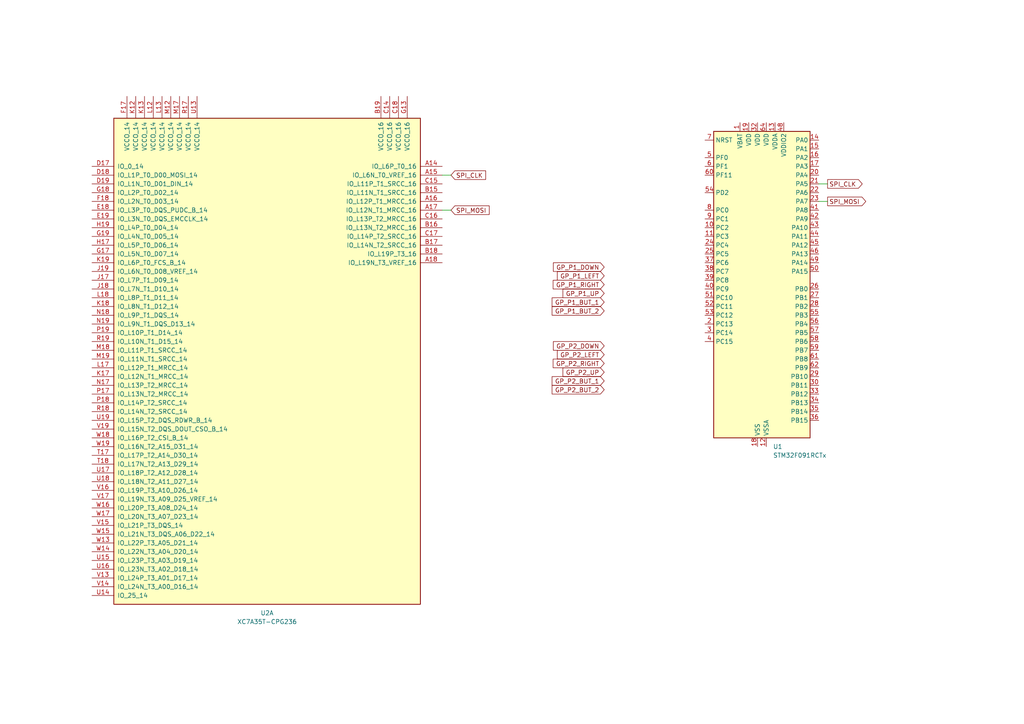
<source format=kicad_sch>
(kicad_sch (version 20230121) (generator eeschema)
  (paper "A4")
  (lib_symbols
    (symbol "FPGA_Xilinx_Artix7:XC7A35T-CPG236" (pin_names (offset 1.016))
      (property "Reference" "U" (at 0 1.27 0))
      (property "Value" "XC7A35T-CPG236" (at 0 -1.27 0))
      (symbol "XC7A35T-CPG236_1_1"
        (rectangle (start -44.45 67.31) (end 44.45 -73.66) (stroke (width 0.254)) (fill (type background)))
        (pin bidirectional line (at 50.8 53.34 180) (length 6.35) (name "IO_L6P_T0_16") (number "A14"))
        (pin bidirectional line (at 50.8 50.8 180) (length 6.35) (name "IO_L6N_T0_VREF_16") (number "A15"))
        (pin bidirectional line (at 50.8 43.18 180) (length 6.35) (name "IO_L12P_T1_MRCC_16") (number "A16"))
        (pin bidirectional line (at 50.8 40.64 180) (length 6.35) (name "IO_L12N_T1_MRCC_16") (number "A17"))
        (pin bidirectional line (at 50.8 25.4 180) (length 6.35) (name "IO_L19N_T3_VREF_16") (number "A18"))
        (pin bidirectional line (at 50.8 45.72 180) (length 6.35) (name "IO_L11N_T1_SRCC_16") (number "B15"))
        (pin bidirectional line (at 50.8 35.56 180) (length 6.35) (name "IO_L13N_T2_MRCC_16") (number "B16"))
        (pin bidirectional line (at 50.8 30.48 180) (length 6.35) (name "IO_L14N_T2_SRCC_16") (number "B17"))
        (pin bidirectional line (at 50.8 27.94 180) (length 6.35) (name "IO_L19P_T3_16") (number "B18"))
        (pin power_in line (at 33.02 73.66 270) (length 6.35) (name "VCCO_16") (number "B19"))
        (pin power_in line (at 35.56 73.66 270) (length 6.35) (name "VCCO_16") (number "C14"))
        (pin bidirectional line (at 50.8 48.26 180) (length 6.35) (name "IO_L11P_T1_SRCC_16") (number "C15"))
        (pin bidirectional line (at 50.8 38.1 180) (length 6.35) (name "IO_L13P_T2_MRCC_16") (number "C16"))
        (pin bidirectional line (at 50.8 33.02 180) (length 6.35) (name "IO_L14P_T2_SRCC_16") (number "C17"))
        (pin power_in line (at 38.1 73.66 270) (length 6.35) (name "VCCO_16") (number "C18"))
        (pin bidirectional line (at -50.8 53.34 0) (length 6.35) (name "IO_0_14") (number "D17"))
        (pin bidirectional line (at -50.8 50.8 0) (length 6.35) (name "IO_L1P_T0_D00_MOSI_14") (number "D18"))
        (pin bidirectional line (at -50.8 48.26 0) (length 6.35) (name "IO_L1N_T0_D01_DIN_14") (number "D19"))
        (pin bidirectional line (at -50.8 40.64 0) (length 6.35) (name "IO_L3P_T0_DQS_PUDC_B_14") (number "E18"))
        (pin bidirectional line (at -50.8 38.1 0) (length 6.35) (name "IO_L3N_T0_DQS_EMCCLK_14") (number "E19"))
        (pin power_in line (at -40.64 73.66 270) (length 6.35) (name "VCCO_14") (number "F17"))
        (pin bidirectional line (at -50.8 43.18 0) (length 6.35) (name "IO_L2N_T0_D03_14") (number "F18"))
        (pin power_in line (at 40.64 73.66 270) (length 6.35) (name "VCCO_16") (number "G13"))
        (pin bidirectional line (at -50.8 27.94 0) (length 6.35) (name "IO_L5N_T0_D07_14") (number "G17"))
        (pin bidirectional line (at -50.8 45.72 0) (length 6.35) (name "IO_L2P_T0_D02_14") (number "G18"))
        (pin bidirectional line (at -50.8 33.02 0) (length 6.35) (name "IO_L4N_T0_D05_14") (number "G19"))
        (pin bidirectional line (at -50.8 30.48 0) (length 6.35) (name "IO_L5P_T0_D06_14") (number "H17"))
        (pin bidirectional line (at -50.8 35.56 0) (length 6.35) (name "IO_L4P_T0_D04_14") (number "H19"))
        (pin bidirectional line (at -50.8 20.32 0) (length 6.35) (name "IO_L7P_T1_D09_14") (number "J17"))
        (pin bidirectional line (at -50.8 17.78 0) (length 6.35) (name "IO_L7N_T1_D10_14") (number "J18"))
        (pin bidirectional line (at -50.8 22.86 0) (length 6.35) (name "IO_L6N_T0_D08_VREF_14") (number "J19"))
        (pin power_in line (at -38.1 73.66 270) (length 6.35) (name "VCCO_14") (number "K12"))
        (pin power_in line (at -35.56 73.66 270) (length 6.35) (name "VCCO_14") (number "K13"))
        (pin bidirectional line (at -50.8 -7.62 0) (length 6.35) (name "IO_L12N_T1_MRCC_14") (number "K17"))
        (pin bidirectional line (at -50.8 12.7 0) (length 6.35) (name "IO_L8N_T1_D12_14") (number "K18"))
        (pin bidirectional line (at -50.8 25.4 0) (length 6.35) (name "IO_L6P_T0_FCS_B_14") (number "K19"))
        (pin power_in line (at -33.02 73.66 270) (length 6.35) (name "VCCO_14") (number "L12"))
        (pin power_in line (at -30.48 73.66 270) (length 6.35) (name "VCCO_14") (number "L13"))
        (pin bidirectional line (at -50.8 -5.08 0) (length 6.35) (name "IO_L12P_T1_MRCC_14") (number "L17"))
        (pin bidirectional line (at -50.8 15.24 0) (length 6.35) (name "IO_L8P_T1_D11_14") (number "L18"))
        (pin power_in line (at -27.94 73.66 270) (length 6.35) (name "VCCO_14") (number "M12"))
        (pin power_in line (at -25.4 73.66 270) (length 6.35) (name "VCCO_14") (number "M17"))
        (pin bidirectional line (at -50.8 0 0) (length 6.35) (name "IO_L11P_T1_SRCC_14") (number "M18"))
        (pin bidirectional line (at -50.8 -2.54 0) (length 6.35) (name "IO_L11N_T1_SRCC_14") (number "M19"))
        (pin bidirectional line (at -50.8 -10.16 0) (length 6.35) (name "IO_L13P_T2_MRCC_14") (number "N17"))
        (pin bidirectional line (at -50.8 10.16 0) (length 6.35) (name "IO_L9P_T1_DQS_14") (number "N18"))
        (pin bidirectional line (at -50.8 7.62 0) (length 6.35) (name "IO_L9N_T1_DQS_D13_14") (number "N19"))
        (pin bidirectional line (at -50.8 -12.7 0) (length 6.35) (name "IO_L13N_T2_MRCC_14") (number "P17"))
        (pin bidirectional line (at -50.8 -15.24 0) (length 6.35) (name "IO_L14P_T2_SRCC_14") (number "P18"))
        (pin bidirectional line (at -50.8 5.08 0) (length 6.35) (name "IO_L10P_T1_D14_14") (number "P19"))
        (pin power_in line (at -22.86 73.66 270) (length 6.35) (name "VCCO_14") (number "R17"))
        (pin bidirectional line (at -50.8 -17.78 0) (length 6.35) (name "IO_L14N_T2_SRCC_14") (number "R18"))
        (pin bidirectional line (at -50.8 2.54 0) (length 6.35) (name "IO_L10N_T1_D15_14") (number "R19"))
        (pin bidirectional line (at -50.8 -30.48 0) (length 6.35) (name "IO_L17P_T2_A14_D30_14") (number "T17"))
        (pin bidirectional line (at -50.8 -33.02 0) (length 6.35) (name "IO_L17N_T2_A13_D29_14") (number "T18"))
        (pin power_in line (at -20.32 73.66 270) (length 6.35) (name "VCCO_14") (number "U13"))
        (pin bidirectional line (at -50.8 -71.12 0) (length 6.35) (name "IO_25_14") (number "U14"))
        (pin bidirectional line (at -50.8 -60.96 0) (length 6.35) (name "IO_L23P_T3_A03_D19_14") (number "U15"))
        (pin bidirectional line (at -50.8 -63.5 0) (length 6.35) (name "IO_L23N_T3_A02_D18_14") (number "U16"))
        (pin bidirectional line (at -50.8 -35.56 0) (length 6.35) (name "IO_L18P_T2_A12_D28_14") (number "U17"))
        (pin bidirectional line (at -50.8 -38.1 0) (length 6.35) (name "IO_L18N_T2_A11_D27_14") (number "U18"))
        (pin bidirectional line (at -50.8 -20.32 0) (length 6.35) (name "IO_L15P_T2_DQS_RDWR_B_14") (number "U19"))
        (pin bidirectional line (at -50.8 -66.04 0) (length 6.35) (name "IO_L24P_T3_A01_D17_14") (number "V13"))
        (pin bidirectional line (at -50.8 -68.58 0) (length 6.35) (name "IO_L24N_T3_A00_D16_14") (number "V14"))
        (pin bidirectional line (at -50.8 -50.8 0) (length 6.35) (name "IO_L21P_T3_DQS_14") (number "V15"))
        (pin bidirectional line (at -50.8 -40.64 0) (length 6.35) (name "IO_L19P_T3_A10_D26_14") (number "V16"))
        (pin bidirectional line (at -50.8 -43.18 0) (length 6.35) (name "IO_L19N_T3_A09_D25_VREF_14") (number "V17"))
        (pin bidirectional line (at -50.8 -22.86 0) (length 6.35) (name "IO_L15N_T2_DQS_DOUT_CSO_B_14") (number "V19"))
        (pin bidirectional line (at -50.8 -55.88 0) (length 6.35) (name "IO_L22P_T3_A05_D21_14") (number "W13"))
        (pin bidirectional line (at -50.8 -58.42 0) (length 6.35) (name "IO_L22N_T3_A04_D20_14") (number "W14"))
        (pin bidirectional line (at -50.8 -53.34 0) (length 6.35) (name "IO_L21N_T3_DQS_A06_D22_14") (number "W15"))
        (pin bidirectional line (at -50.8 -45.72 0) (length 6.35) (name "IO_L20P_T3_A08_D24_14") (number "W16"))
        (pin bidirectional line (at -50.8 -48.26 0) (length 6.35) (name "IO_L20N_T3_A07_D23_14") (number "W17"))
        (pin bidirectional line (at -50.8 -25.4 0) (length 6.35) (name "IO_L16P_T2_CSI_B_14") (number "W18"))
        (pin bidirectional line (at -50.8 -27.94 0) (length 6.35) (name "IO_L16N_T2_A15_D31_14") (number "W19"))
      )
      (symbol "XC7A35T-CPG236_2_1"
        (rectangle (start -44.45 34.29) (end 44.45 -40.64) (stroke (width 0.254)) (fill (type background)))
        (pin bidirectional line (at 50.8 17.78 180) (length 6.35) (name "IO_L1N_T0_AD4N_35") (number "G2"))
        (pin bidirectional line (at 50.8 20.32 180) (length 6.35) (name "IO_L1P_T0_AD4P_35") (number "G3"))
        (pin bidirectional line (at 50.8 10.16 180) (length 6.35) (name "IO_L3P_T0_DQS_AD5P_35") (number "H1"))
        (pin bidirectional line (at 50.8 15.24 180) (length 6.35) (name "IO_L2P_T0_AD12P_35") (number "H2"))
        (pin power_in line (at 27.94 40.64 270) (length 6.35) (name "VCCO_35") (number "H3"))
        (pin bidirectional line (at 50.8 7.62 180) (length 6.35) (name "IO_L3N_T0_DQS_AD5N_35") (number "J1"))
        (pin bidirectional line (at 50.8 12.7 180) (length 6.35) (name "IO_L2N_T0_AD12N_35") (number "J2"))
        (pin bidirectional line (at 50.8 -2.54 180) (length 6.35) (name "IO_L7P_T1_AD6P_35") (number "J3"))
        (pin power_in line (at 30.48 40.64 270) (length 6.35) (name "VCCO_35") (number "J7"))
        (pin power_in line (at 33.02 40.64 270) (length 6.35) (name "VCCO_35") (number "K1"))
        (pin bidirectional line (at 50.8 5.08 180) (length 6.35) (name "IO_L5P_T0_AD13P_35") (number "K2"))
        (pin bidirectional line (at 50.8 -5.08 180) (length 6.35) (name "IO_L7N_T1_AD6N_35") (number "K3"))
        (pin power_in line (at 35.56 40.64 270) (length 6.35) (name "VCCO_35") (number "K7"))
        (pin bidirectional line (at 50.8 0 180) (length 6.35) (name "IO_L6N_T0_VREF_35") (number "L1"))
        (pin bidirectional line (at 50.8 2.54 180) (length 6.35) (name "IO_L5N_T0_AD13N_35") (number "L2"))
        (pin bidirectional line (at 50.8 -7.62 180) (length 6.35) (name "IO_L8P_T1_AD14P_35") (number "L3"))
        (pin power_in line (at 38.1 40.64 270) (length 6.35) (name "VCCO_35") (number "L7"))
        (pin bidirectional line (at 50.8 -15.24 180) (length 6.35) (name "IO_L9N_T1_DQS_AD7N_35") (number "M1"))
        (pin bidirectional line (at 50.8 -12.7 180) (length 6.35) (name "IO_L9P_T1_DQS_AD7P_35") (number "M2"))
        (pin bidirectional line (at 50.8 -10.16 180) (length 6.35) (name "IO_L8N_T1_AD14N_35") (number "M3"))
        (pin power_in line (at 40.64 40.64 270) (length 6.35) (name "VCCO_35") (number "M7"))
        (pin power_in line (at -40.64 40.64 270) (length 6.35) (name "VCCO_34") (number "M8"))
        (pin bidirectional line (at 50.8 -20.32 180) (length 6.35) (name "IO_L10N_T1_AD15N_35") (number "N1"))
        (pin bidirectional line (at 50.8 -17.78 180) (length 6.35) (name "IO_L10P_T1_AD15P_35") (number "N2"))
        (pin bidirectional line (at 50.8 -22.86 180) (length 6.35) (name "IO_L12P_T1_MRCC_35") (number "N3"))
        (pin power_in line (at -38.1 40.64 270) (length 6.35) (name "VCCO_34") (number "N7"))
        (pin power_in line (at -35.56 40.64 270) (length 6.35) (name "VCCO_34") (number "N8"))
        (pin bidirectional line (at 50.8 -27.94 180) (length 6.35) (name "IO_L19N_T3_VREF_35") (number "P1"))
        (pin bidirectional line (at 50.8 -25.4 180) (length 6.35) (name "IO_L12N_T1_MRCC_35") (number "P3"))
        (pin power_in line (at -33.02 40.64 270) (length 6.35) (name "VCCO_34") (number "R1"))
        (pin bidirectional line (at -50.8 20.32 0) (length 6.35) (name "IO_L1P_T0_34") (number "R2"))
        (pin bidirectional line (at -50.8 15.24 0) (length 6.35) (name "IO_L2P_T0_34") (number "R3"))
        (pin bidirectional line (at -50.8 10.16 0) (length 6.35) (name "IO_L3P_T0_DQS_34") (number "T1"))
        (pin bidirectional line (at -50.8 17.78 0) (length 6.35) (name "IO_L1N_T0_34") (number "T2"))
        (pin bidirectional line (at -50.8 12.7 0) (length 6.35) (name "IO_L2N_T0_34") (number "T3"))
        (pin bidirectional line (at -50.8 7.62 0) (length 6.35) (name "IO_L3N_T0_DQS_34") (number "U1"))
        (pin bidirectional line (at -50.8 -7.62 0) (length 6.35) (name "IO_L9N_T1_DQS_34") (number "U2"))
        (pin bidirectional line (at -50.8 -5.08 0) (length 6.35) (name "IO_L9P_T1_DQS_34") (number "U3"))
        (pin bidirectional line (at -50.8 -10.16 0) (length 6.35) (name "IO_L11P_T1_SRCC_34") (number "U4"))
        (pin bidirectional line (at -50.8 -30.48 0) (length 6.35) (name "IO_L16P_T2_34") (number "U5"))
        (pin bidirectional line (at -50.8 -35.56 0) (length 6.35) (name "IO_L19P_T3_34") (number "U7"))
        (pin bidirectional line (at -50.8 -25.4 0) (length 6.35) (name "IO_L14P_T2_SRCC_34") (number "U8"))
        (pin power_in line (at -30.48 40.64 270) (length 6.35) (name "VCCO_34") (number "V1"))
        (pin bidirectional line (at -50.8 5.08 0) (length 6.35) (name "IO_L5P_T0_34") (number "V2"))
        (pin bidirectional line (at -50.8 0 0) (length 6.35) (name "IO_L6P_T0_34") (number "V3"))
        (pin bidirectional line (at -50.8 -12.7 0) (length 6.35) (name "IO_L11N_T1_SRCC_34") (number "V4"))
        (pin bidirectional line (at -50.8 -33.02 0) (length 6.35) (name "IO_L16N_T2_34") (number "V5"))
        (pin power_in line (at -27.94 40.64 270) (length 6.35) (name "VCCO_34") (number "V6"))
        (pin bidirectional line (at -50.8 -38.1 0) (length 6.35) (name "IO_L19N_T3_VREF_34") (number "V7"))
        (pin bidirectional line (at -50.8 -27.94 0) (length 6.35) (name "IO_L14N_T2_SRCC_34") (number "V8"))
        (pin bidirectional line (at -50.8 2.54 0) (length 6.35) (name "IO_L5N_T0_34") (number "W2"))
        (pin bidirectional line (at -50.8 -2.54 0) (length 6.35) (name "IO_L6N_T0_VREF_34") (number "W3"))
        (pin bidirectional line (at -50.8 -17.78 0) (length 6.35) (name "IO_L12N_T1_MRCC_34") (number "W4"))
        (pin bidirectional line (at -50.8 -15.24 0) (length 6.35) (name "IO_L12P_T1_MRCC_34") (number "W5"))
        (pin bidirectional line (at -50.8 -22.86 0) (length 6.35) (name "IO_L13N_T2_MRCC_34") (number "W6"))
        (pin bidirectional line (at -50.8 -20.32 0) (length 6.35) (name "IO_L13P_T2_MRCC_34") (number "W7"))
      )
      (symbol "XC7A35T-CPG236_3_1"
        (rectangle (start -31.75 20.32) (end 31.75 -20.32) (stroke (width 0.254)) (fill (type background)))
        (pin bidirectional line (at -38.1 -15.24 0) (length 6.35) (name "MGTREFCLK1N_216") (number "A10"))
        (pin bidirectional line (at -38.1 10.16 0) (length 6.35) (name "MGTPTXN1_216") (number "A2"))
        (pin bidirectional line (at -38.1 2.54 0) (length 6.35) (name "MGTPRXN0_216") (number "A4"))
        (pin bidirectional line (at -38.1 -2.54 0) (length 6.35) (name "MGTPRXN1_216") (number "A6"))
        (pin bidirectional line (at -38.1 -10.16 0) (length 6.35) (name "MGTREFCLK0N_216") (number "A8"))
        (pin bidirectional line (at -38.1 -12.7 0) (length 6.35) (name "MGTREFCLK1P_216") (number "B10"))
        (pin bidirectional line (at -38.1 12.7 0) (length 6.35) (name "MGTPTXP1_216") (number "B2"))
        (pin bidirectional line (at -38.1 5.08 0) (length 6.35) (name "MGTPRXP0_216") (number "B4"))
        (pin bidirectional line (at -38.1 0 0) (length 6.35) (name "MGTPRXP1_216") (number "B6"))
        (pin bidirectional line (at -38.1 -7.62 0) (length 6.35) (name "MGTREFCLK0P_216") (number "B8"))
        (pin bidirectional line (at -38.1 15.24 0) (length 6.35) (name "MGTPTXN0_216") (number "D1"))
        (pin bidirectional line (at -38.1 17.78 0) (length 6.35) (name "MGTPTXP0_216") (number "D2"))
      )
      (symbol "XC7A35T-CPG236_4_1"
        (rectangle (start -31.75 10.16) (end 31.75 -10.16) (stroke (width 0.254)) (fill (type background)))
        (pin power_in line (at 38.1 7.62 180) (length 6.35) (name "MGTAVTT") (number "B1"))
        (pin power_in line (at -38.1 7.62 0) (length 6.35) (name "MGTAVCC") (number "C1"))
        (pin power_in line (at 38.1 5.08 180) (length 6.35) (name "MGTAVTT") (number "C5"))
        (pin power_in line (at 38.1 -5.08 180) (length 6.35) (name "MGTRREF_216") (number "C7"))
        (pin power_in line (at -38.1 5.08 0) (length 6.35) (name "MGTAVCC") (number "E1"))
        (pin power_in line (at 38.1 2.54 180) (length 6.35) (name "MGTAVTT") (number "E2"))
        (pin power_in line (at -38.1 2.54 0) (length 6.35) (name "MGTAVCC") (number "F3"))
        (pin power_in line (at 38.1 0 180) (length 6.35) (name "MGTAVTT") (number "G7"))
        (pin power_in line (at -38.1 0 0) (length 6.35) (name "MGTAVCC") (number "G9"))
        (pin power_in line (at -38.1 -2.54 0) (length 6.35) (name "MGTAVCC") (number "H9"))
      )
      (symbol "XC7A35T-CPG236_5_1"
        (rectangle (start -31.75 34.29) (end 31.75 -40.64) (stroke (width 0.254)) (fill (type background)))
        (pin bidirectional line (at 38.1 -35.56 180) (length 6.35) (name "DXP_0") (number "A11"))
        (pin bidirectional line (at 38.1 -20.32 180) (length 6.35) (name "VP_0") (number "A12"))
        (pin bidirectional line (at 38.1 -30.48 180) (length 6.35) (name "VREFN_0") (number "A13"))
        (pin bidirectional line (at 38.1 -38.1 180) (length 6.35) (name "DXN_0") (number "B11"))
        (pin bidirectional line (at 38.1 -27.94 180) (length 6.35) (name "VREFP_0") (number "B12"))
        (pin bidirectional line (at 38.1 -22.86 180) (length 6.35) (name "VN_0") (number "B13"))
        (pin bidirectional line (at 38.1 7.62 180) (length 6.35) (name "CCLK_0") (number "C11"))
        (pin bidirectional line (at 38.1 12.7 180) (length 6.35) (name "TCK_0") (number "C8"))
        (pin power_in line (at 25.4 40.64 270) (length 6.35) (name "VCCO_0") (number "G12"))
        (pin bidirectional line (at 38.1 0 180) (length 6.35) (name "M2_0") (number "U10"))
        (pin bidirectional line (at 38.1 -7.62 180) (length 6.35) (name "INIT_B_0") (number "U11"))
        (pin bidirectional line (at 38.1 -5.08 180) (length 6.35) (name "DONE_0") (number "U12"))
        (pin bidirectional line (at 38.1 -10.16 180) (length 6.35) (name "PROGRAM_B_0") (number "V10"))
        (pin bidirectional line (at 38.1 -15.24 180) (length 6.35) (name "CFGBVS_0") (number "V11"))
        (pin bidirectional line (at 38.1 5.08 180) (length 6.35) (name "M0_0") (number "V12"))
        (pin power_in line (at 27.94 40.64 270) (length 6.35) (name "VCCO_0") (number "V9"))
        (pin bidirectional line (at 38.1 20.32 180) (length 6.35) (name "TDI_0") (number "W10"))
        (pin bidirectional line (at 38.1 2.54 180) (length 6.35) (name "M1_0") (number "W11"))
        (pin bidirectional line (at 38.1 17.78 180) (length 6.35) (name "TDO_0") (number "W8"))
        (pin bidirectional line (at 38.1 15.24 180) (length 6.35) (name "TMS_0") (number "W9"))
      )
      (symbol "XC7A35T-CPG236_6_1"
        (rectangle (start -19.05 45.72) (end 19.05 -45.72) (stroke (width 0.254)) (fill (type background)))
        (pin power_in line (at -25.4 20.32 0) (length 6.35) (name "GND") (number "A1"))
        (pin power_in line (at -25.4 7.62 0) (length 6.35) (name "GND") (number "A19"))
        (pin power_in line (at -25.4 17.78 0) (length 6.35) (name "GND") (number "A3"))
        (pin power_in line (at -25.4 15.24 0) (length 6.35) (name "GND") (number "A5"))
        (pin power_in line (at -25.4 12.7 0) (length 6.35) (name "GND") (number "A7"))
        (pin power_in line (at -25.4 10.16 0) (length 6.35) (name "GND") (number "A9"))
        (pin power_in line (at -25.4 -5.08 0) (length 6.35) (name "GND") (number "B14"))
        (pin power_in line (at -25.4 5.08 0) (length 6.35) (name "GND") (number "B3"))
        (pin power_in line (at -25.4 2.54 0) (length 6.35) (name "GND") (number "B5"))
        (pin power_in line (at -25.4 0 0) (length 6.35) (name "GND") (number "B7"))
        (pin power_in line (at -25.4 -2.54 0) (length 6.35) (name "GND") (number "B9"))
        (pin power_in line (at -25.4 -17.78 0) (length 6.35) (name "GND") (number "C10"))
        (pin power_in line (at -25.4 35.56 0) (length 6.35) (name "GNDADC_0") (number "C12"))
        (pin power_in line (at -25.4 33.02 0) (length 6.35) (name "VCCADC_0") (number "C13"))
        (pin power_in line (at -25.4 -20.32 0) (length 6.35) (name "GND") (number "C19"))
        (pin power_in line (at -25.4 -7.62 0) (length 6.35) (name "GND") (number "C2"))
        (pin power_in line (at -25.4 -10.16 0) (length 6.35) (name "GND") (number "C3"))
        (pin power_in line (at -25.4 -12.7 0) (length 6.35) (name "GND") (number "C4"))
        (pin power_in line (at -25.4 -15.24 0) (length 6.35) (name "GND") (number "C6"))
        (pin power_in line (at -25.4 30.48 0) (length 6.35) (name "VCCBATT_0") (number "C9"))
        (pin power_in line (at -25.4 -22.86 0) (length 6.35) (name "GND") (number "D3"))
        (pin power_in line (at -25.4 -27.94 0) (length 6.35) (name "GND") (number "E17"))
        (pin power_in line (at -25.4 -25.4 0) (length 6.35) (name "GND") (number "E3"))
        (pin power_in line (at -25.4 -30.48 0) (length 6.35) (name "GND") (number "F1"))
        (pin power_in line (at -25.4 -35.56 0) (length 6.35) (name "GND") (number "F19"))
        (pin power_in line (at -25.4 -33.02 0) (length 6.35) (name "GND") (number "F2"))
        (pin power_in line (at -25.4 -38.1 0) (length 6.35) (name "GND") (number "G1"))
        (pin power_in line (at 25.4 43.18 180) (length 6.35) (name "VCCINT") (number "G10"))
        (pin power_in line (at -25.4 -43.18 0) (length 6.35) (name "GND") (number "G11"))
        (pin power_in line (at -25.4 -40.64 0) (length 6.35) (name "GND") (number "G8"))
        (pin power_in line (at 25.4 40.64 180) (length 6.35) (name "VCCINT") (number "H10"))
        (pin power_in line (at 25.4 15.24 180) (length 6.35) (name "GND") (number "H11"))
        (pin power_in line (at 25.4 12.7 180) (length 6.35) (name "GND") (number "H12"))
        (pin power_in line (at -25.4 43.18 0) (length 6.35) (name "VCCAUX") (number "H13"))
        (pin power_in line (at 25.4 10.16 180) (length 6.35) (name "GND") (number "H18"))
        (pin power_in line (at 25.4 20.32 180) (length 6.35) (name "GND") (number "H7"))
        (pin power_in line (at 25.4 17.78 180) (length 6.35) (name "GND") (number "H8"))
        (pin power_in line (at 25.4 38.1 180) (length 6.35) (name "VCCINT") (number "J10"))
        (pin power_in line (at 25.4 2.54 180) (length 6.35) (name "GND") (number "J11"))
        (pin power_in line (at 25.4 0 180) (length 6.35) (name "GND") (number "J12"))
        (pin power_in line (at -25.4 40.64 0) (length 6.35) (name "VCCAUX") (number "J13"))
        (pin power_in line (at 25.4 7.62 180) (length 6.35) (name "GND") (number "J8"))
        (pin power_in line (at 25.4 5.08 180) (length 6.35) (name "GND") (number "J9"))
        (pin power_in line (at 25.4 -2.54 180) (length 6.35) (name "GND") (number "K8"))
        (pin power_in line (at 25.4 35.56 180) (length 6.35) (name "VCCINT") (number "L10"))
        (pin power_in line (at 25.4 -10.16 180) (length 6.35) (name "GND") (number "L11"))
        (pin power_in line (at 25.4 -12.7 180) (length 6.35) (name "GND") (number "L19"))
        (pin power_in line (at 25.4 -5.08 180) (length 6.35) (name "GND") (number "L8"))
        (pin power_in line (at 25.4 -7.62 180) (length 6.35) (name "GND") (number "L9"))
        (pin power_in line (at 25.4 33.02 180) (length 6.35) (name "VCCINT") (number "M10"))
        (pin power_in line (at -25.4 27.94 0) (length 6.35) (name "VCCBRAM") (number "M11"))
        (pin power_in line (at 25.4 -17.78 180) (length 6.35) (name "GND") (number "M13"))
        (pin power_in line (at 25.4 -15.24 180) (length 6.35) (name "GND") (number "M9"))
        (pin power_in line (at 25.4 30.48 180) (length 6.35) (name "VCCINT") (number "N10"))
        (pin power_in line (at -25.4 25.4 0) (length 6.35) (name "VCCBRAM") (number "N11"))
        (pin power_in line (at 25.4 -22.86 180) (length 6.35) (name "GND") (number "N12"))
        (pin power_in line (at 25.4 -25.4 180) (length 6.35) (name "GND") (number "N13"))
        (pin power_in line (at 25.4 -20.32 180) (length 6.35) (name "GND") (number "N9"))
        (pin power_in line (at 25.4 -27.94 180) (length 6.35) (name "GND") (number "P2"))
        (pin power_in line (at 25.4 -30.48 180) (length 6.35) (name "GND") (number "T19"))
        (pin power_in line (at 25.4 -33.02 180) (length 6.35) (name "GND") (number "U6"))
        (pin power_in line (at 25.4 -35.56 180) (length 6.35) (name "GND") (number "U9"))
        (pin power_in line (at 25.4 -38.1 180) (length 6.35) (name "GND") (number "V18"))
        (pin power_in line (at 25.4 -40.64 180) (length 6.35) (name "GND") (number "W1"))
        (pin power_in line (at 25.4 -43.18 180) (length 6.35) (name "GND") (number "W12"))
      )
    )
    (symbol "MCU_ST_STM32F0:STM32F091RCTx"
      (property "Reference" "U" (at -12.7 46.99 0))
      (property "Value" "STM32F091RCTx" (at 10.16 46.99 0))
      (symbol "STM32F091RCTx_0_1"
        (rectangle (start -12.7 -43.18) (end 15.24 45.72) (stroke (width 0.254)) (fill (type background)))
      )
      (symbol "STM32F091RCTx_1_1"
        (pin power_in line (at -5.08 48.26 270) (length 2.54) (name "VBAT") (number "1"))
        (pin bidirectional line (at -15.24 17.78 0) (length 2.54) (name "PC2") (number "10"))
        (pin bidirectional line (at -15.24 15.24 0) (length 2.54) (name "PC3") (number "11"))
        (pin power_in line (at 2.54 -45.72 90) (length 2.54) (name "VSSA") (number "12"))
        (pin power_in line (at 5.08 48.26 270) (length 2.54) (name "VDDA") (number "13"))
        (pin bidirectional line (at 17.78 43.18 180) (length 2.54) (name "PA0") (number "14"))
        (pin bidirectional line (at 17.78 40.64 180) (length 2.54) (name "PA1") (number "15"))
        (pin bidirectional line (at 17.78 38.1 180) (length 2.54) (name "PA2") (number "16"))
        (pin bidirectional line (at 17.78 35.56 180) (length 2.54) (name "PA3") (number "17"))
        (pin power_in line (at 0 -45.72 90) (length 2.54) (name "VSS") (number "18"))
        (pin power_in line (at -2.54 48.26 270) (length 2.54) (name "VDD") (number "19"))
        (pin bidirectional line (at -15.24 -10.16 0) (length 2.54) (name "PC13") (number "2"))
        (pin bidirectional line (at 17.78 33.02 180) (length 2.54) (name "PA4") (number "20"))
        (pin bidirectional line (at 17.78 30.48 180) (length 2.54) (name "PA5") (number "21"))
        (pin bidirectional line (at 17.78 27.94 180) (length 2.54) (name "PA6") (number "22"))
        (pin bidirectional line (at 17.78 25.4 180) (length 2.54) (name "PA7") (number "23"))
        (pin bidirectional line (at -15.24 12.7 0) (length 2.54) (name "PC4") (number "24"))
        (pin bidirectional line (at -15.24 10.16 0) (length 2.54) (name "PC5") (number "25"))
        (pin bidirectional line (at 17.78 0 180) (length 2.54) (name "PB0") (number "26"))
        (pin bidirectional line (at 17.78 -2.54 180) (length 2.54) (name "PB1") (number "27"))
        (pin bidirectional line (at 17.78 -5.08 180) (length 2.54) (name "PB2") (number "28"))
        (pin bidirectional line (at 17.78 -25.4 180) (length 2.54) (name "PB10") (number "29"))
        (pin bidirectional line (at -15.24 -12.7 0) (length 2.54) (name "PC14") (number "3"))
        (pin bidirectional line (at 17.78 -27.94 180) (length 2.54) (name "PB11") (number "30"))
        (pin passive line (at 0 -45.72 90) (length 2.54) hide (name "VSS") (number "31"))
        (pin power_in line (at 0 48.26 270) (length 2.54) (name "VDD") (number "32"))
        (pin bidirectional line (at 17.78 -30.48 180) (length 2.54) (name "PB12") (number "33"))
        (pin bidirectional line (at 17.78 -33.02 180) (length 2.54) (name "PB13") (number "34"))
        (pin bidirectional line (at 17.78 -35.56 180) (length 2.54) (name "PB14") (number "35"))
        (pin bidirectional line (at 17.78 -38.1 180) (length 2.54) (name "PB15") (number "36"))
        (pin bidirectional line (at -15.24 7.62 0) (length 2.54) (name "PC6") (number "37"))
        (pin bidirectional line (at -15.24 5.08 0) (length 2.54) (name "PC7") (number "38"))
        (pin bidirectional line (at -15.24 2.54 0) (length 2.54) (name "PC8") (number "39"))
        (pin bidirectional line (at -15.24 -15.24 0) (length 2.54) (name "PC15") (number "4"))
        (pin bidirectional line (at -15.24 0 0) (length 2.54) (name "PC9") (number "40"))
        (pin bidirectional line (at 17.78 22.86 180) (length 2.54) (name "PA8") (number "41"))
        (pin bidirectional line (at 17.78 20.32 180) (length 2.54) (name "PA9") (number "42"))
        (pin bidirectional line (at 17.78 17.78 180) (length 2.54) (name "PA10") (number "43"))
        (pin bidirectional line (at 17.78 15.24 180) (length 2.54) (name "PA11") (number "44"))
        (pin bidirectional line (at 17.78 12.7 180) (length 2.54) (name "PA12") (number "45"))
        (pin bidirectional line (at 17.78 10.16 180) (length 2.54) (name "PA13") (number "46"))
        (pin passive line (at 0 -45.72 90) (length 2.54) hide (name "VSS") (number "47"))
        (pin power_in line (at 7.62 48.26 270) (length 2.54) (name "VDDIO2") (number "48"))
        (pin bidirectional line (at 17.78 7.62 180) (length 2.54) (name "PA14") (number "49"))
        (pin bidirectional line (at -15.24 38.1 0) (length 2.54) (name "PF0") (number "5"))
        (pin bidirectional line (at 17.78 5.08 180) (length 2.54) (name "PA15") (number "50"))
        (pin bidirectional line (at -15.24 -2.54 0) (length 2.54) (name "PC10") (number "51"))
        (pin bidirectional line (at -15.24 -5.08 0) (length 2.54) (name "PC11") (number "52"))
        (pin bidirectional line (at -15.24 -7.62 0) (length 2.54) (name "PC12") (number "53"))
        (pin bidirectional line (at -15.24 27.94 0) (length 2.54) (name "PD2") (number "54"))
        (pin bidirectional line (at 17.78 -7.62 180) (length 2.54) (name "PB3") (number "55"))
        (pin bidirectional line (at 17.78 -10.16 180) (length 2.54) (name "PB4") (number "56"))
        (pin bidirectional line (at 17.78 -12.7 180) (length 2.54) (name "PB5") (number "57"))
        (pin bidirectional line (at 17.78 -15.24 180) (length 2.54) (name "PB6") (number "58"))
        (pin bidirectional line (at 17.78 -17.78 180) (length 2.54) (name "PB7") (number "59"))
        (pin bidirectional line (at -15.24 35.56 0) (length 2.54) (name "PF1") (number "6"))
        (pin bidirectional line (at -15.24 33.02 0) (length 2.54) (name "PF11") (number "60"))
        (pin bidirectional line (at 17.78 -20.32 180) (length 2.54) (name "PB8") (number "61"))
        (pin bidirectional line (at 17.78 -22.86 180) (length 2.54) (name "PB9") (number "62"))
        (pin passive line (at 0 -45.72 90) (length 2.54) hide (name "VSS") (number "63"))
        (pin power_in line (at 2.54 48.26 270) (length 2.54) (name "VDD") (number "64"))
        (pin input line (at -15.24 43.18 0) (length 2.54) (name "NRST") (number "7"))
        (pin bidirectional line (at -15.24 22.86 0) (length 2.54) (name "PC0") (number "8"))
        (pin bidirectional line (at -15.24 20.32 0) (length 2.54) (name "PC1") (number "9"))
      )
    )
  )
  (wire (pts (xy 128.27 50.8) (xy 130.81 50.8)))
  (wire (pts (xy 237.49 58.42) (xy 240.03 58.42)))
  (wire (pts (xy 128.27 60.96) (xy 130.81 60.96)))
  (wire (pts (xy 237.49 53.34) (xy 240.03 53.34)))
  (global_label "GP_P2_LEFT" (shape input) (at 175.26 102.87 180) (property "Intersheetrefs" "${INTERSHEET_REFS}" (effects hide)))
  (global_label "SPI_CLK" (shape output) (at 240.03 53.34 0) (property "Intersheetrefs" "${INTERSHEET_REFS}" (effects hide)))
  (global_label "GP_P1_BUT_2" (shape input) (at 175.26 90.17 180) (property "Intersheetrefs" "${INTERSHEET_REFS}" (effects hide)))
  (global_label "GP_P1_RIGHT" (shape input) (at 175.26 82.55 180) (property "Intersheetrefs" "${INTERSHEET_REFS}" (effects hide)))
  (global_label "GP_P2_UP" (shape input) (at 175.26 107.95 180) (property "Intersheetrefs" "${INTERSHEET_REFS}" (effects hide)))
  (global_label "GP_P1_LEFT" (shape input) (at 175.26 80.01 180) (property "Intersheetrefs" "${INTERSHEET_REFS}" (effects hide)))
  (global_label "GP_P1_UP" (shape input) (at 175.26 85.09 180) (property "Intersheetrefs" "${INTERSHEET_REFS}" (effects hide)))
  (global_label "GP_P1_BUT_1" (shape input) (at 175.26 87.63 180) (property "Intersheetrefs" "${INTERSHEET_REFS}" (effects hide)))
  (global_label "SPI_MOSI" (shape input) (at 130.81 60.96 0) (property "Intersheetrefs" "${INTERSHEET_REFS}" (effects hide)))
  (global_label "GP_P2_DOWN" (shape input) (at 175.26 100.33 180) (property "Intersheetrefs" "${INTERSHEET_REFS}" (effects hide)))
  (global_label "GP_P1_DOWN" (shape input) (at 175.26 77.47 180) (property "Intersheetrefs" "${INTERSHEET_REFS}" (effects hide)))
  (global_label "GP_P2_RIGHT" (shape input) (at 175.26 105.41 180) (property "Intersheetrefs" "${INTERSHEET_REFS}" (effects hide)))
  (global_label "SPI_CLK" (shape input) (at 130.81 50.8 0) (property "Intersheetrefs" "${INTERSHEET_REFS}" (effects hide)))
  (global_label "GP_P2_BUT_2" (shape input) (at 175.26 113.03 180) (property "Intersheetrefs" "${INTERSHEET_REFS}" (effects hide)))
  (global_label "SPI_MOSI" (shape output) (at 240.03 58.42 0) (property "Intersheetrefs" "${INTERSHEET_REFS}" (effects hide)))
  (global_label "GP_P2_BUT_1" (shape input) (at 175.26 110.49 180) (property "Intersheetrefs" "${INTERSHEET_REFS}" (effects hide)))
  (symbol (lib_id "MCU_ST_STM32F0:STM32F091RCTx") (at 219.71 83.82 0) (unit 1)
    (property "Reference" "U1" (at 224.2059 129.54 0) (effects (justify left)))
    (property "Value" "STM32F091RCTx" (at 224.2059 132.08 0) (effects (justify left)))
    (property "Footprint" "Package_QFP:LQFP-64_10x10mm_P0.5mm" (effects hide))
    (property "Datasheet" "https://www.st.com/resource/en/datasheet/stm32f091rc.pdf" (effects hide))
  )
  (symbol (lib_id "FPGA_Xilinx_Artix7:XC7A35T-CPG236") (at 77.47 101.6 0) (unit 1)
    (property "Reference" "U2" (at 77.47 177.8 0))
    (property "Value" "XC7A35T-CPG236" (at 77.47 180.34 0))
  )
)
</source>
